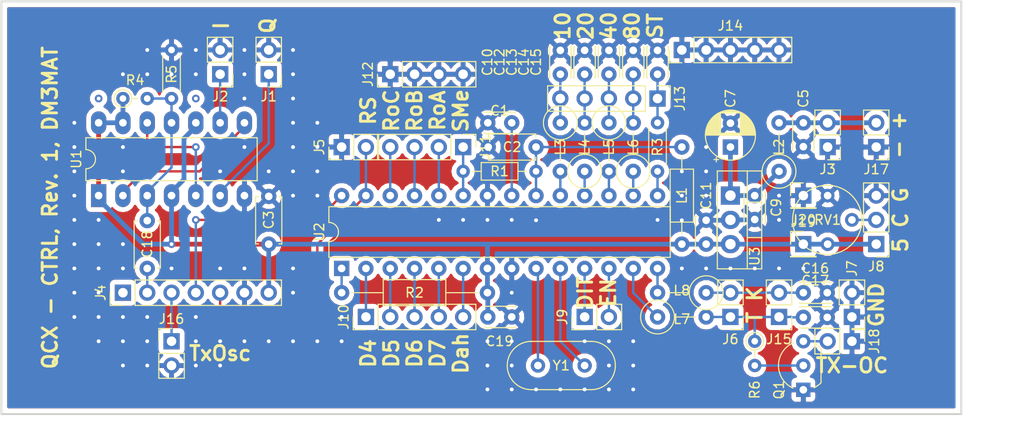
<source format=kicad_pcb>
(kicad_pcb (version 20171130) (host pcbnew "(5.0.1-3-g963ef8bb5)")
  (title_block (title "4W CW TRX -- CTRL") (date 2018-12-18) (rev 1) (company DM3MAT) (comment 1 "based on QCX"))
  (layers (0 F.Cu signal) (31 B.Cu signal) (34 B.Paste user) (35 F.Paste user) (36 B.SilkS user) (37 F.SilkS user) (38 B.Mask user) (39 F.Mask user) (44 Edge.Cuts user))
  (net 0 "")
  (net 1 GND)
  (net 2 "Net-(C1-Pad1)")
  (net 3 "Net-(C2-Pad2)")
  (net 4 +5V)
  (net 5 ROT-M)
  (net 6 "Net-(C5-Pad1)")
  (net 7 ROT-B)
  (net 8 "Net-(C7-Pad1)")
  (net 9 ROT-A)
  (net 10 10M)
  (net 11 20M)
  (net 12 40M)
  (net 13 80M)
  (net 14 SIDE)
  (net 15 KEY)
  (net 16 TX)
  (net 17 "Net-(J1-Pad1)")
  (net 18 "Net-(J2-Pad1)")
  (net 19 CLK1)
  (net 20 CLK2)
  (net 21 SCL)
  (net 22 SDA)
  (net 23 LCD_C)
  (net 24 LCD_RS)
  (net 25 LCD_D4)
  (net 26 LCD_D5)
  (net 27 LCD_D6)
  (net 28 LCD_D7)
  (net 29 S-METER)
  (net 30 "Net-(L3-Pad2)")
  (net 31 "Net-(L5-Pad2)")
  (net 32 "Net-(L7-Pad2)")
  (net 33 "Net-(R2-Pad1)")
  (net 34 "Net-(R3-Pad1)")
  (net 35 "Net-(U1-Pad2)")
  (net 36 "Net-(U1-Pad12)")
  (net 37 "Net-(U2-Pad9)")
  (net 38 "Net-(U2-Pad10)")
  (net 39 LCD_EN)
  (net 40 Dah)
  (net 41 "Net-(C18-Pad2)")
  (net 42 "Net-(L4-Pad1)")
  (net 43 "Net-(L6-Pad1)")
  (net 44 "Net-(L8-Pad1)")
  (net 45 "Net-(J18-Pad2)")
  (net 46 "Net-(Q1-Pad2)")
  (module Resistor_THT:R_Axial_DIN0207_L6.3mm_D2.5mm_P15.24mm_Horizontal (layer F.Cu) (at 129.54 107.95)
    (fp_text reference R2 (at 7.62 0) (layer F.SilkS))
    (fp_text value 10k)
    (pad 1 thru_hole circle (at 0 0) (size 1.6 1.6) (drill 0.8) (layers *.Cu *.Mask) (net 33 "Net-(R2-Pad1)"))
    (pad 2 thru_hole oval (at 15.24 0) (size 1.6 1.6) (drill 0.8) (layers *.Cu *.Mask) (net 4 +5V))
  )
  (module Capacitor_THT:CP_Radial_D5.0mm_P2.50mm (layer F.Cu) (at 170.18 92.71 90)
    (fp_text reference C7 (at 5.08 0 90) (layer F.SilkS))
    (fp_text value 10u)
    (pad 1 thru_hole rect (at 0 0 90) (size 1.6 1.6) (drill 0.8) (layers *.Cu *.Mask) (net 8 "Net-(C7-Pad1)"))
    (pad 2 thru_hole circle (at 2.5 0 90) (size 1.6 1.6) (drill 0.8) (layers *.Cu *.Mask) (net 1 GND))
  )
  (module Connector_PinHeader_2.54mm:PinHeader_1x02_P2.54mm_Vertical (layer F.Cu) (at 121.92 85.09 180)
    (fp_text reference J1 (at 0 -2.33 180) (layer F.SilkS))
    (fp_text value OSC-I)
    (pad 1 thru_hole rect (at 0 0 180) (size 1.7 1.7) (drill 1) (layers *.Cu *.Mask) (net 17 "Net-(J1-Pad1)"))
    (pad 2 thru_hole oval (at 0 2.54 180) (size 1.7 1.7) (drill 1) (layers *.Cu *.Mask) (net 1 GND))
  )
  (module Connector_PinHeader_2.54mm:PinHeader_1x02_P2.54mm_Vertical (layer F.Cu) (at 116.84 85.09 180)
    (fp_text reference J2 (at 0 -2.33 180) (layer F.SilkS))
    (fp_text value OSC-Q)
    (pad 2 thru_hole oval (at 0 2.54 180) (size 1.7 1.7) (drill 1) (layers *.Cu *.Mask) (net 1 GND))
    (pad 1 thru_hole rect (at 0 0 180) (size 1.7 1.7) (drill 1) (layers *.Cu *.Mask) (net 18 "Net-(J2-Pad1)"))
  )
  (module Connector_PinHeader_2.54mm:PinHeader_1x02_P2.54mm_Vertical (layer F.Cu) (at 180.34 92.71 180)
    (fp_text reference J3 (at 0 -2.33 180) (layer F.SilkS))
    (fp_text value Supply)
    (pad 1 thru_hole rect (at 0 0 180) (size 1.7 1.7) (drill 1) (layers *.Cu *.Mask) (net 1 GND))
    (pad 2 thru_hole oval (at 0 2.54 180) (size 1.7 1.7) (drill 1) (layers *.Cu *.Mask) (net 6 "Net-(C5-Pad1)"))
  )
  (module Connector_PinHeader_2.54mm:PinHeader_1x07_P2.54mm_Vertical (layer F.Cu) (at 106.68 107.95 90)
    (fp_text reference J4 (at 0 -2.33 90) (layer F.SilkS))
    (fp_text value SI5351)
    (pad 1 thru_hole rect (at 0 0 90) (size 1.7 1.7) (drill 1) (layers *.Cu *.Mask))
    (pad 2 thru_hole oval (at 0 2.54 90) (size 1.7 1.7) (drill 1) (layers *.Cu *.Mask) (net 19 CLK1))
    (pad 3 thru_hole oval (at 0 5.08 90) (size 1.7 1.7) (drill 1) (layers *.Cu *.Mask) (net 20 CLK2))
    (pad 4 thru_hole oval (at 0 7.62 90) (size 1.7 1.7) (drill 1) (layers *.Cu *.Mask) (net 21 SCL))
    (pad 5 thru_hole oval (at 0 10.16 90) (size 1.7 1.7) (drill 1) (layers *.Cu *.Mask) (net 22 SDA))
    (pad 6 thru_hole oval (at 0 12.7 90) (size 1.7 1.7) (drill 1) (layers *.Cu *.Mask) (net 1 GND))
    (pad 7 thru_hole oval (at 0 15.24 90) (size 1.7 1.7) (drill 1) (layers *.Cu *.Mask) (net 4 +5V))
  )
  (module Connector_PinHeader_2.54mm:PinHeader_1x03_P2.54mm_Vertical (layer F.Cu) (at 185.42 102.87 180)
    (fp_text reference J8 (at 0 -2.33 180) (layer F.SilkS))
    (fp_text value DSupply)
    (pad 1 thru_hole rect (at 0 0 180) (size 1.7 1.7) (drill 1) (layers *.Cu *.Mask) (net 4 +5V))
    (pad 2 thru_hole oval (at 0 2.54 180) (size 1.7 1.7) (drill 1) (layers *.Cu *.Mask) (net 23 LCD_C))
    (pad 3 thru_hole oval (at 0 5.08 180) (size 1.7 1.7) (drill 1) (layers *.Cu *.Mask) (net 1 GND))
  )
  (module Connector_PinHeader_2.54mm:PinHeader_1x02_P2.54mm_Vertical (layer F.Cu) (at 154.94 110.49 90)
    (fp_text reference J9 (at 0 -2.33 90) (layer F.SilkS))
    (fp_text value DCtrl)
    (pad 1 thru_hole rect (at 0 0 90) (size 1.7 1.7) (drill 1) (layers *.Cu *.Mask) (net 24 LCD_RS))
    (pad 2 thru_hole oval (at 0 2.54 90) (size 1.7 1.7) (drill 1) (layers *.Cu *.Mask) (net 39 LCD_EN))
  )
  (module Connector_PinHeader_2.54mm:PinHeader_1x04_P2.54mm_Vertical (layer F.Cu) (at 142.24 92.71 270)
    (fp_text reference J11 (at 0 -2.33 270) (layer F.SilkS))
    (fp_text value ROT/S)
    (pad 4 thru_hole oval (at 0 7.62 270) (size 1.7 1.7) (drill 1) (layers *.Cu *.Mask) (net 5 ROT-M))
    (pad 3 thru_hole oval (at 0 5.08 270) (size 1.7 1.7) (drill 1) (layers *.Cu *.Mask) (net 7 ROT-B))
    (pad 2 thru_hole oval (at 0 2.54 270) (size 1.7 1.7) (drill 1) (layers *.Cu *.Mask) (net 9 ROT-A))
    (pad 1 thru_hole rect (at 0 0 270) (size 1.7 1.7) (drill 1) (layers *.Cu *.Mask) (net 29 S-METER))
  )
  (module Connector_PinHeader_2.54mm:PinHeader_1x04_P2.54mm_Vertical (layer F.Cu) (at 134.62 85.09 90)
    (fp_text reference J12 (at 0 -2.33 90) (layer F.SilkS))
    (fp_text value GND)
    (pad 1 thru_hole rect (at 0 0 90) (size 1.7 1.7) (drill 1) (layers *.Cu *.Mask) (net 1 GND))
    (pad 2 thru_hole oval (at 0 2.54 90) (size 1.7 1.7) (drill 1) (layers *.Cu *.Mask) (net 1 GND))
    (pad 3 thru_hole oval (at 0 5.08 90) (size 1.7 1.7) (drill 1) (layers *.Cu *.Mask) (net 1 GND))
    (pad 4 thru_hole oval (at 0 7.62 90) (size 1.7 1.7) (drill 1) (layers *.Cu *.Mask) (net 1 GND))
  )
  (module Connector_PinHeader_2.54mm:PinHeader_1x05_P2.54mm_Vertical (layer F.Cu) (at 162.56 87.63 270)
    (fp_text reference J13 (at 0 -2.33 270) (layer F.SilkS))
    (fp_text value BAND/SIDE)
    (pad 5 thru_hole oval (at 0 10.16 270) (size 1.7 1.7) (drill 1) (layers *.Cu *.Mask) (net 10 10M))
    (pad 4 thru_hole oval (at 0 7.62 270) (size 1.7 1.7) (drill 1) (layers *.Cu *.Mask) (net 11 20M))
    (pad 3 thru_hole oval (at 0 5.08 270) (size 1.7 1.7) (drill 1) (layers *.Cu *.Mask) (net 12 40M))
    (pad 2 thru_hole oval (at 0 2.54 270) (size 1.7 1.7) (drill 1) (layers *.Cu *.Mask) (net 13 80M))
    (pad 1 thru_hole rect (at 0 0 270) (size 1.7 1.7) (drill 1) (layers *.Cu *.Mask) (net 14 SIDE))
  )
  (module Connector_PinHeader_2.54mm:PinHeader_1x05_P2.54mm_Vertical (layer F.Cu) (at 165.1 82.55 90)
    (fp_text reference J14 (at 2.54 5.08 180) (layer F.SilkS))
    (fp_text value GND)
    (pad 1 thru_hole rect (at 0 0 90) (size 1.7 1.7) (drill 1) (layers *.Cu *.Mask) (net 1 GND))
    (pad 2 thru_hole oval (at 0 2.54 90) (size 1.7 1.7) (drill 1) (layers *.Cu *.Mask) (net 1 GND))
    (pad 3 thru_hole oval (at 0 5.08 90) (size 1.7 1.7) (drill 1) (layers *.Cu *.Mask) (net 1 GND))
    (pad 4 thru_hole oval (at 0 7.62 90) (size 1.7 1.7) (drill 1) (layers *.Cu *.Mask) (net 1 GND))
    (pad 5 thru_hole oval (at 0 10.16 90) (size 1.7 1.7) (drill 1) (layers *.Cu *.Mask) (net 1 GND))
  )
  (module Inductor_THT:L_Axial_L7.0mm_D3.3mm_P5.08mm_Vertical_Fastron_MICC (layer F.Cu) (at 175.26 95.25 90)
    (fp_text reference L2 (at 2.54 0 90) (layer F.SilkS))
    (fp_text value 100u)
    (pad 1 thru_hole circle (at 0 0 90) (size 1.6 1.6) (drill 0.8) (layers *.Cu *.Mask) (net 8 "Net-(C7-Pad1)"))
    (pad 2 thru_hole oval (at 5.08 0 90) (size 1.6 1.6) (drill 0.8) (layers *.Cu *.Mask) (net 6 "Net-(C5-Pad1)"))
  )
  (module Inductor_THT:L_Axial_L7.0mm_D3.3mm_P5.08mm_Vertical_Fastron_MICC (layer F.Cu) (at 152.4 90.17 270)
    (fp_text reference L3 (at 2.54 0 270) (layer F.SilkS))
    (fp_text value 100u)
    (pad 2 thru_hole oval (at 5.08 0 270) (size 1.6 1.6) (drill 0.8) (layers *.Cu *.Mask) (net 30 "Net-(L3-Pad2)"))
    (pad 1 thru_hole circle (at 0 0 270) (size 1.6 1.6) (drill 0.8) (layers *.Cu *.Mask) (net 10 10M))
  )
  (module Inductor_THT:L_Axial_L7.0mm_D3.3mm_P5.08mm_Vertical_Fastron_MICC (layer F.Cu) (at 154.94 95.25 90)
    (fp_text reference L4 (at 2.54 0 90) (layer F.SilkS))
    (fp_text value 100u)
    (pad 1 thru_hole circle (at 0 0 90) (size 1.6 1.6) (drill 0.8) (layers *.Cu *.Mask) (net 42 "Net-(L4-Pad1)"))
    (pad 2 thru_hole oval (at 5.08 0 90) (size 1.6 1.6) (drill 0.8) (layers *.Cu *.Mask) (net 11 20M))
  )
  (module Inductor_THT:L_Axial_L7.0mm_D3.3mm_P5.08mm_Vertical_Fastron_MICC (layer F.Cu) (at 157.48 90.17 270)
    (fp_text reference L5 (at 2.54 0 270) (layer F.SilkS))
    (fp_text value 100u)
    (pad 2 thru_hole oval (at 5.08 0 270) (size 1.6 1.6) (drill 0.8) (layers *.Cu *.Mask) (net 31 "Net-(L5-Pad2)"))
    (pad 1 thru_hole circle (at 0 0 270) (size 1.6 1.6) (drill 0.8) (layers *.Cu *.Mask) (net 12 40M))
  )
  (module Inductor_THT:L_Axial_L7.0mm_D3.3mm_P5.08mm_Vertical_Fastron_MICC (layer F.Cu) (at 160.02 95.25 90)
    (fp_text reference L6 (at 2.54 0 90) (layer F.SilkS))
    (fp_text value 100u)
    (pad 1 thru_hole circle (at 0 0 90) (size 1.6 1.6) (drill 0.8) (layers *.Cu *.Mask) (net 43 "Net-(L6-Pad1)"))
    (pad 2 thru_hole oval (at 5.08 0 90) (size 1.6 1.6) (drill 0.8) (layers *.Cu *.Mask) (net 13 80M))
  )
  (module Inductor_THT:L_Axial_L7.0mm_D3.3mm_P5.08mm_Vertical_Fastron_MICC (layer F.Cu) (at 167.64 107.95 180)
    (fp_text reference L7 (at 2.54 -2.77 180) (layer F.SilkS))
    (fp_text value 100u)
    (pad 2 thru_hole oval (at 5.08 0 180) (size 1.6 1.6) (drill 0.8) (layers *.Cu *.Mask) (net 32 "Net-(L7-Pad2)"))
    (pad 1 thru_hole circle (at 0 0 180) (size 1.6 1.6) (drill 0.8) (layers *.Cu *.Mask) (net 15 KEY))
  )
  (module Inductor_THT:L_Axial_L7.0mm_D3.3mm_P5.08mm_Vertical_Fastron_MICC (layer F.Cu) (at 162.56 110.49)
    (fp_text reference L8 (at 2.54 -2.77) (layer F.SilkS))
    (fp_text value 100u)
    (pad 1 thru_hole circle (at 0 0) (size 1.6 1.6) (drill 0.8) (layers *.Cu *.Mask) (net 44 "Net-(L8-Pad1)"))
    (pad 2 thru_hole oval (at 5.08 0) (size 1.6 1.6) (drill 0.8) (layers *.Cu *.Mask) (net 16 TX))
  )
  (module Potentiometer_THT:Potentiometer_Vishay_T7-YA_Single_Vertical (layer F.Cu) (at 180.34 102.87)
    (fp_text reference RV1 (at 0 -2.54) (layer F.SilkS))
    (fp_text value 10k)
    (pad 3 thru_hole circle (at 0 -5.08) (size 1.44 1.44) (drill 0.8) (layers *.Cu *.Mask) (net 1 GND))
    (pad 2 thru_hole circle (at 2.54 -2.54) (size 1.44 1.44) (drill 0.8) (layers *.Cu *.Mask) (net 23 LCD_C))
    (pad 1 thru_hole circle (at 0 0) (size 1.44 1.44) (drill 0.8) (layers *.Cu *.Mask) (net 4 +5V))
  )
  (module Package_DIP:DIP-14_W7.62mm_LongPads (layer F.Cu) (at 104.14 97.79 90)
    (fp_text reference U1 (at 3.81 -2.33 90) (layer F.SilkS))
    (fp_text value 74HC74)
    (pad 1 thru_hole rect (at 0 0 90) (size 2.4 1.6) (drill 0.8) (layers *.Cu *.Mask) (net 4 +5V))
    (pad 8 thru_hole oval (at 7.62 15.24 90) (size 2.4 1.6) (drill 0.8) (layers *.Cu *.Mask) (net 35 "Net-(U1-Pad2)"))
    (pad 2 thru_hole oval (at 0 2.54 90) (size 2.4 1.6) (drill 0.8) (layers *.Cu *.Mask) (net 35 "Net-(U1-Pad2)"))
    (pad 9 thru_hole oval (at 7.62 12.7 90) (size 2.4 1.6) (drill 0.8) (layers *.Cu *.Mask) (net 18 "Net-(J2-Pad1)"))
    (pad 3 thru_hole oval (at 0 5.08 90) (size 2.4 1.6) (drill 0.8) (layers *.Cu *.Mask) (net 41 "Net-(C18-Pad2)"))
    (pad 10 thru_hole oval (at 7.62 10.16 90) (size 2.4 1.6) (drill 0.8) (layers *.Cu *.Mask) (net 4 +5V))
    (pad 4 thru_hole oval (at 0 7.62 90) (size 2.4 1.6) (drill 0.8) (layers *.Cu *.Mask) (net 4 +5V))
    (pad 11 thru_hole oval (at 7.62 7.62 90) (size 2.4 1.6) (drill 0.8) (layers *.Cu *.Mask) (net 41 "Net-(C18-Pad2)"))
    (pad 5 thru_hole oval (at 0 10.16 90) (size 2.4 1.6) (drill 0.8) (layers *.Cu *.Mask) (net 36 "Net-(U1-Pad12)"))
    (pad 12 thru_hole oval (at 7.62 5.08 90) (size 2.4 1.6) (drill 0.8) (layers *.Cu *.Mask) (net 36 "Net-(U1-Pad12)"))
    (pad 6 thru_hole oval (at 0 12.7 90) (size 2.4 1.6) (drill 0.8) (layers *.Cu *.Mask) (net 17 "Net-(J1-Pad1)"))
    (pad 13 thru_hole oval (at 7.62 2.54 90) (size 2.4 1.6) (drill 0.8) (layers *.Cu *.Mask) (net 4 +5V))
    (pad 7 thru_hole oval (at 0 15.24 90) (size 2.4 1.6) (drill 0.8) (layers *.Cu *.Mask) (net 1 GND))
    (pad 14 thru_hole oval (at 7.62 0 90) (size 2.4 1.6) (drill 0.8) (layers *.Cu *.Mask) (net 4 +5V))
  )
  (module Package_DIP:DIP-28_W7.62mm (layer F.Cu) (at 129.54 105.41 90)
    (fp_text reference U2 (at 3.81 -2.33 90) (layer F.SilkS))
    (fp_text value ATmega328-PU)
    (pad 1 thru_hole rect (at 0 0 90) (size 1.6 1.6) (drill 0.8) (layers *.Cu *.Mask) (net 33 "Net-(R2-Pad1)"))
    (pad 15 thru_hole oval (at 7.62 33.02 90) (size 1.6 1.6) (drill 0.8) (layers *.Cu *.Mask) (net 34 "Net-(R3-Pad1)"))
    (pad 2 thru_hole oval (at 0 2.54 90) (size 1.6 1.6) (drill 0.8) (layers *.Cu *.Mask) (net 25 LCD_D4))
    (pad 16 thru_hole oval (at 7.62 30.48 90) (size 1.6 1.6) (drill 0.8) (layers *.Cu *.Mask) (net 43 "Net-(L6-Pad1)"))
    (pad 3 thru_hole oval (at 0 5.08 90) (size 1.6 1.6) (drill 0.8) (layers *.Cu *.Mask) (net 26 LCD_D5))
    (pad 17 thru_hole oval (at 7.62 27.94 90) (size 1.6 1.6) (drill 0.8) (layers *.Cu *.Mask) (net 31 "Net-(L5-Pad2)"))
    (pad 4 thru_hole oval (at 0 7.62 90) (size 1.6 1.6) (drill 0.8) (layers *.Cu *.Mask) (net 27 LCD_D6))
    (pad 18 thru_hole oval (at 7.62 25.4 90) (size 1.6 1.6) (drill 0.8) (layers *.Cu *.Mask) (net 42 "Net-(L4-Pad1)"))
    (pad 5 thru_hole oval (at 0 10.16 90) (size 1.6 1.6) (drill 0.8) (layers *.Cu *.Mask) (net 28 LCD_D7))
    (pad 19 thru_hole oval (at 7.62 22.86 90) (size 1.6 1.6) (drill 0.8) (layers *.Cu *.Mask) (net 30 "Net-(L3-Pad2)"))
    (pad 6 thru_hole oval (at 0 12.7 90) (size 1.6 1.6) (drill 0.8) (layers *.Cu *.Mask) (net 40 Dah))
    (pad 20 thru_hole oval (at 7.62 20.32 90) (size 1.6 1.6) (drill 0.8) (layers *.Cu *.Mask) (net 3 "Net-(C2-Pad2)"))
    (pad 7 thru_hole oval (at 0 15.24 90) (size 1.6 1.6) (drill 0.8) (layers *.Cu *.Mask) (net 4 +5V))
    (pad 21 thru_hole oval (at 7.62 17.78 90) (size 1.6 1.6) (drill 0.8) (layers *.Cu *.Mask) (net 2 "Net-(C1-Pad1)"))
    (pad 8 thru_hole oval (at 0 17.78 90) (size 1.6 1.6) (drill 0.8) (layers *.Cu *.Mask) (net 1 GND))
    (pad 22 thru_hole oval (at 7.62 15.24 90) (size 1.6 1.6) (drill 0.8) (layers *.Cu *.Mask) (net 1 GND))
    (pad 9 thru_hole oval (at 0 20.32 90) (size 1.6 1.6) (drill 0.8) (layers *.Cu *.Mask) (net 37 "Net-(U2-Pad9)"))
    (pad 23 thru_hole oval (at 7.62 12.7 90) (size 1.6 1.6) (drill 0.8) (layers *.Cu *.Mask) (net 29 S-METER))
    (pad 10 thru_hole oval (at 0 22.86 90) (size 1.6 1.6) (drill 0.8) (layers *.Cu *.Mask) (net 38 "Net-(U2-Pad10)"))
    (pad 24 thru_hole oval (at 7.62 10.16 90) (size 1.6 1.6) (drill 0.8) (layers *.Cu *.Mask) (net 9 ROT-A))
    (pad 11 thru_hole oval (at 0 25.4 90) (size 1.6 1.6) (drill 0.8) (layers *.Cu *.Mask) (net 24 LCD_RS))
    (pad 25 thru_hole oval (at 7.62 7.62 90) (size 1.6 1.6) (drill 0.8) (layers *.Cu *.Mask) (net 7 ROT-B))
    (pad 12 thru_hole oval (at 0 27.94 90) (size 1.6 1.6) (drill 0.8) (layers *.Cu *.Mask) (net 39 LCD_EN))
    (pad 26 thru_hole oval (at 7.62 5.08 90) (size 1.6 1.6) (drill 0.8) (layers *.Cu *.Mask) (net 5 ROT-M))
    (pad 13 thru_hole oval (at 0 30.48 90) (size 1.6 1.6) (drill 0.8) (layers *.Cu *.Mask) (net 44 "Net-(L8-Pad1)"))
    (pad 27 thru_hole oval (at 7.62 2.54 90) (size 1.6 1.6) (drill 0.8) (layers *.Cu *.Mask) (net 22 SDA))
    (pad 14 thru_hole oval (at 0 33.02 90) (size 1.6 1.6) (drill 0.8) (layers *.Cu *.Mask) (net 32 "Net-(L7-Pad2)"))
    (pad 28 thru_hole oval (at 7.62 0 90) (size 1.6 1.6) (drill 0.8) (layers *.Cu *.Mask) (net 21 SCL))
  )
  (module Package_TO_SOT_THT:TO-220-3_Vertical (layer F.Cu) (at 170.18 97.79 270)
    (fp_text reference U3 (at 6.35 -2.54 270) (layer F.SilkS))
    (fp_text value L7805)
    (pad 1 thru_hole rect (at 0 0 270) (size 1.905 2) (drill 1.1) (layers *.Cu *.Mask) (net 8 "Net-(C7-Pad1)"))
    (pad 2 thru_hole oval (at 2.54 0 270) (size 1.905 2) (drill 1.1) (layers *.Cu *.Mask) (net 1 GND))
    (pad 3 thru_hole oval (at 5.08 0 270) (size 1.905 2) (drill 1.1) (layers *.Cu *.Mask) (net 4 +5V))
  )
  (module Crystal:Crystal_HC49-U_Vertical (layer F.Cu) (at 154.94 115.57 180)
    (fp_text reference Y1 (at 2.44 0 180) (layer F.SilkS))
    (fp_text value 20MHz)
    (pad 1 thru_hole circle (at 0 0 180) (size 1.5 1.5) (drill 0.8) (layers *.Cu *.Mask) (net 38 "Net-(U2-Pad10)"))
    (pad 2 thru_hole circle (at 4.88 0 180) (size 1.5 1.5) (drill 0.8) (layers *.Cu *.Mask) (net 37 "Net-(U2-Pad9)"))
  )
  (module Resistor_THT:R_Axial_DIN0204_L3.6mm_D1.6mm_P5.08mm_Horizontal (layer F.Cu) (at 162.56 95.25 90)
    (fp_text reference R3 (at 2.54 0 90) (layer F.SilkS))
    (fp_text value 1k)
    (pad 1 thru_hole circle (at 0 0 90) (size 1.4 1.4) (drill 0.7) (layers *.Cu *.Mask) (net 34 "Net-(R3-Pad1)"))
    (pad 2 thru_hole oval (at 5.08 0 90) (size 1.4 1.4) (drill 0.7) (layers *.Cu *.Mask) (net 14 SIDE))
  )
  (module Connector_PinHeader_2.54mm:PinHeader_1x02_P2.54mm_Vertical (layer F.Cu) (at 170.18 110.49 180)
    (fp_text reference J6 (at 0 -2.33 180) (layer F.SilkS))
    (fp_text value TX/KEY)
    (pad 1 thru_hole rect (at 0 0 180) (size 1.7 1.7) (drill 1) (layers *.Cu *.Mask) (net 16 TX))
    (pad 2 thru_hole oval (at 0 2.54 180) (size 1.7 1.7) (drill 1) (layers *.Cu *.Mask) (net 15 KEY))
  )
  (module Connector_PinHeader_2.54mm:PinHeader_1x02_P2.54mm_Vertical (layer F.Cu) (at 182.88 110.49 180)
    (fp_text reference J7 (at 0 5.08 270) (layer F.SilkS))
    (fp_text value GND)
    (pad 1 thru_hole rect (at 0 0 180) (size 1.7 1.7) (drill 1) (layers *.Cu *.Mask) (net 1 GND))
    (pad 2 thru_hole oval (at 0 2.54 180) (size 1.7 1.7) (drill 1) (layers *.Cu *.Mask) (net 1 GND))
  )
  (module Connector_PinHeader_2.54mm:PinHeader_1x02_P2.54mm_Vertical (layer F.Cu) (at 175.26 110.49 180)
    (fp_text reference J15 (at 0 -2.33 180) (layer F.SilkS))
    (fp_text value TX/KEY)
    (pad 2 thru_hole oval (at 0 2.54 180) (size 1.7 1.7) (drill 1) (layers *.Cu *.Mask) (net 15 KEY))
    (pad 1 thru_hole rect (at 0 0 180) (size 1.7 1.7) (drill 1) (layers *.Cu *.Mask) (net 16 TX))
  )
  (module Resistor_THT:R_Axial_DIN0204_L3.6mm_D1.6mm_P7.62mm_Horizontal (layer F.Cu) (at 149.86 95.25 180)
    (fp_text reference R1 (at 3.81 0 180) (layer F.SilkS))
    (fp_text value 10k)
    (pad 1 thru_hole circle (at 0 0 180) (size 1.4 1.4) (drill 0.7) (layers *.Cu *.Mask) (net 3 "Net-(C2-Pad2)"))
    (pad 2 thru_hole oval (at 7.62 0 180) (size 1.4 1.4) (drill 0.7) (layers *.Cu *.Mask) (net 29 S-METER))
  )
  (module Inductor_THT:L_Axial_L5.3mm_D2.2mm_P10.16mm_Horizontal_Vishay_IM-1 (layer F.Cu) (at 165.1 102.87 90)
    (fp_text reference L1 (at 5.08 0 90) (layer F.SilkS))
    (fp_text value 100u)
    (pad 1 thru_hole circle (at 0 0 90) (size 1.6 1.6) (drill 0.8) (layers *.Cu *.Mask) (net 4 +5V))
    (pad 2 thru_hole oval (at 10.16 0 90) (size 1.6 1.6) (drill 0.8) (layers *.Cu *.Mask) (net 3 "Net-(C2-Pad2)"))
  )
  (module Connector_PinHeader_2.54mm:PinHeader_1x02_P2.54mm_Vertical (layer F.Cu) (at 129.54 92.71 90)
    (fp_text reference J5 (at 0 -2.33 90) (layer F.SilkS))
    (fp_text value Dit)
    (pad 1 thru_hole rect (at 0 0 90) (size 1.7 1.7) (drill 1) (layers *.Cu *.Mask) (net 1 GND))
    (pad 2 thru_hole oval (at 0 2.54 90) (size 1.7 1.7) (drill 1) (layers *.Cu *.Mask) (net 22 SDA))
  )
  (module Connector_PinHeader_2.54mm:PinHeader_1x05_P2.54mm_Vertical (layer F.Cu) (at 132.08 110.49 90)
    (fp_text reference J10 (at 0 -2.33 90) (layer F.SilkS))
    (fp_text value LCDD/DAH)
    (pad 1 thru_hole rect (at 0 0 90) (size 1.7 1.7) (drill 1) (layers *.Cu *.Mask) (net 25 LCD_D4))
    (pad 2 thru_hole oval (at 0 2.54 90) (size 1.7 1.7) (drill 1) (layers *.Cu *.Mask) (net 26 LCD_D5))
    (pad 3 thru_hole oval (at 0 5.08 90) (size 1.7 1.7) (drill 1) (layers *.Cu *.Mask) (net 27 LCD_D6))
    (pad 4 thru_hole oval (at 0 7.62 90) (size 1.7 1.7) (drill 1) (layers *.Cu *.Mask) (net 28 LCD_D7))
    (pad 5 thru_hole oval (at 0 10.16 90) (size 1.7 1.7) (drill 1) (layers *.Cu *.Mask) (net 40 Dah))
  )
  (module Resistor_THT:R_Axial_DIN0204_L3.6mm_D1.6mm_P5.08mm_Horizontal (layer F.Cu) (at 111.76 87.63 90)
    (fp_text reference R5 (at 2.54 0 90) (layer F.SilkS))
    (fp_text value 10k)
    (pad 1 thru_hole circle (at 0 0 90) (size 1.4 1.4) (drill 0.7) (layers *.Cu *.Mask) (net 41 "Net-(C18-Pad2)"))
    (pad 2 thru_hole oval (at 5.08 0 90) (size 1.4 1.4) (drill 0.7) (layers *.Cu *.Mask) (net 1 GND))
  )
  (module Resistor_THT:R_Axial_DIN0204_L3.6mm_D1.6mm_P2.54mm_Vertical (layer F.Cu) (at 106.68 87.63)
    (fp_text reference R4 (at 1.27 -1.92) (layer F.SilkS))
    (fp_text value 10k)
    (pad 1 thru_hole circle (at 0 0) (size 1.4 1.4) (drill 0.7) (layers *.Cu *.Mask) (net 4 +5V))
    (pad 2 thru_hole oval (at 2.54 0) (size 1.4 1.4) (drill 0.7) (layers *.Cu *.Mask) (net 41 "Net-(C18-Pad2)"))
  )
  (module Connector_PinHeader_2.54mm:PinHeader_1x02_P2.54mm_Vertical (layer F.Cu) (at 111.76 113.03)
    (fp_text reference J16 (at 0 -2.33) (layer F.SilkS))
    (fp_text value OSC-TX)
    (pad 1 thru_hole rect (at 0 0) (size 1.7 1.7) (drill 1) (layers *.Cu *.Mask) (net 20 CLK2))
    (pad 2 thru_hole oval (at 0 2.54) (size 1.7 1.7) (drill 1) (layers *.Cu *.Mask) (net 1 GND))
  )
  (module Connector_PinHeader_2.54mm:PinHeader_1x02_P2.54mm_Vertical (layer F.Cu) (at 185.42 92.71 180)
    (fp_text reference J17 (at 0 -2.33 180) (layer F.SilkS))
    (fp_text value Supply)
    (pad 1 thru_hole rect (at 0 0 180) (size 1.7 1.7) (drill 1) (layers *.Cu *.Mask) (net 1 GND))
    (pad 2 thru_hole oval (at 0 2.54 180) (size 1.7 1.7) (drill 1) (layers *.Cu *.Mask) (net 6 "Net-(C5-Pad1)"))
  )
  (module Capacitor_THT:C_Disc_D4.7mm_W2.5mm_P5.00mm (layer F.Cu) (at 144.86 92.71)
    (fp_text reference C2 (at 2.5 0) (layer F.SilkS))
    (fp_text value 100n)
    (pad 2 thru_hole circle (at 5 0) (size 1.6 1.6) (drill 0.8) (layers *.Cu *.Mask) (net 3 "Net-(C2-Pad2)"))
    (pad 1 thru_hole circle (at 0 0) (size 1.6 1.6) (drill 0.8) (layers *.Cu *.Mask) (net 1 GND))
  )
  (module Capacitor_THT:C_Disc_D4.7mm_W2.5mm_P5.00mm (layer F.Cu) (at 121.92 97.87 270)
    (fp_text reference C3 (at 2.46 0 270) (layer F.SilkS))
    (fp_text value 100n)
    (pad 1 thru_hole circle (at 0 0 270) (size 1.6 1.6) (drill 0.8) (layers *.Cu *.Mask) (net 1 GND))
    (pad 2 thru_hole circle (at 5 0 270) (size 1.6 1.6) (drill 0.8) (layers *.Cu *.Mask) (net 4 +5V))
  )
  (module Capacitor_THT:C_Disc_D3.0mm_W2.0mm_P2.50mm (layer F.Cu) (at 177.8 90.17 270)
    (fp_text reference C5 (at -2.54 0 270) (layer F.SilkS))
    (fp_text value 100n)
    (pad 2 thru_hole circle (at 2.5 0 270) (size 1.6 1.6) (drill 0.8) (layers *.Cu *.Mask) (net 1 GND))
    (pad 1 thru_hole circle (at 0 0 270) (size 1.6 1.6) (drill 0.8) (layers *.Cu *.Mask) (net 6 "Net-(C5-Pad1)"))
  )
  (module Capacitor_THT:C_Disc_D3.0mm_W2.0mm_P2.50mm (layer F.Cu) (at 172.72 97.79 270)
    (fp_text reference C9 (at 1.25 -2.25 270) (layer F.SilkS))
    (fp_text value 100n)
    (pad 1 thru_hole circle (at 0 0 270) (size 1.6 1.6) (drill 0.8) (layers *.Cu *.Mask) (net 8 "Net-(C7-Pad1)"))
    (pad 2 thru_hole circle (at 2.5 0 270) (size 1.6 1.6) (drill 0.8) (layers *.Cu *.Mask) (net 1 GND))
  )
  (module Capacitor_THT:C_Disc_D3.0mm_W2.0mm_P2.50mm (layer F.Cu) (at 152.4 85.09 90)
    (fp_text reference C10 (at 1.27 -7.62 270) (layer F.SilkS))
    (fp_text value 100n)
    (pad 1 thru_hole circle (at 0 0 90) (size 1.6 1.6) (drill 0.8) (layers *.Cu *.Mask) (net 10 10M))
    (pad 2 thru_hole circle (at 2.5 0 90) (size 1.6 1.6) (drill 0.8) (layers *.Cu *.Mask) (net 1 GND))
  )
  (module Capacitor_THT:C_Disc_D3.0mm_W2.0mm_P2.50mm (layer F.Cu) (at 167.64 102.87 90)
    (fp_text reference C11 (at 5.08 0 90) (layer F.SilkS))
    (fp_text value 100n)
    (pad 1 thru_hole circle (at 0 0 90) (size 1.6 1.6) (drill 0.8) (layers *.Cu *.Mask) (net 4 +5V))
    (pad 2 thru_hole circle (at 2.5 0 90) (size 1.6 1.6) (drill 0.8) (layers *.Cu *.Mask) (net 1 GND))
  )
  (module Capacitor_THT:C_Disc_D3.0mm_W2.0mm_P2.50mm (layer F.Cu) (at 154.94 85.09 90)
    (fp_text reference C12 (at 1.27 -8.89 90) (layer F.SilkS))
    (fp_text value 100n)
    (pad 2 thru_hole circle (at 2.5 0 90) (size 1.6 1.6) (drill 0.8) (layers *.Cu *.Mask) (net 1 GND))
    (pad 1 thru_hole circle (at 0 0 90) (size 1.6 1.6) (drill 0.8) (layers *.Cu *.Mask) (net 11 20M))
  )
  (module Capacitor_THT:C_Disc_D3.0mm_W2.0mm_P2.50mm (layer F.Cu) (at 157.48 85.09 90)
    (fp_text reference C13 (at 1.27 -10.16 90) (layer F.SilkS))
    (fp_text value 100n)
    (pad 2 thru_hole circle (at 2.5 0 90) (size 1.6 1.6) (drill 0.8) (layers *.Cu *.Mask) (net 1 GND))
    (pad 1 thru_hole circle (at 0 0 90) (size 1.6 1.6) (drill 0.8) (layers *.Cu *.Mask) (net 12 40M))
  )
  (module Capacitor_THT:C_Disc_D3.0mm_W2.0mm_P2.50mm (layer F.Cu) (at 160.02 85.09 90)
    (fp_text reference C14 (at 1.27 -11.43 270) (layer F.SilkS))
    (fp_text value 100n)
    (pad 1 thru_hole circle (at 0 0 90) (size 1.6 1.6) (drill 0.8) (layers *.Cu *.Mask) (net 13 80M))
    (pad 2 thru_hole circle (at 2.5 0 90) (size 1.6 1.6) (drill 0.8) (layers *.Cu *.Mask) (net 1 GND))
  )
  (module Capacitor_THT:C_Disc_D3.0mm_W2.0mm_P2.50mm (layer F.Cu) (at 162.56 85.09 90)
    (fp_text reference C15 (at 1.27 -12.7 270) (layer F.SilkS))
    (fp_text value 100n)
    (pad 2 thru_hole circle (at 2.5 0 90) (size 1.6 1.6) (drill 0.8) (layers *.Cu *.Mask) (net 1 GND))
    (pad 1 thru_hole circle (at 0 0 90) (size 1.6 1.6) (drill 0.8) (layers *.Cu *.Mask) (net 14 SIDE))
  )
  (module Capacitor_THT:C_Disc_D3.0mm_W2.0mm_P2.50mm (layer F.Cu) (at 177.8 107.95)
    (fp_text reference C16 (at 1.25 -2.54) (layer F.SilkS))
    (fp_text value 100n)
    (pad 1 thru_hole circle (at 0 0) (size 1.6 1.6) (drill 0.8) (layers *.Cu *.Mask) (net 15 KEY))
    (pad 2 thru_hole circle (at 2.5 0) (size 1.6 1.6) (drill 0.8) (layers *.Cu *.Mask) (net 1 GND))
  )
  (module Capacitor_THT:C_Disc_D3.0mm_W2.0mm_P2.50mm (layer F.Cu) (at 177.8 110.53)
    (fp_text reference C17 (at 1.25 -3.85) (layer F.SilkS))
    (fp_text value 100n)
    (pad 2 thru_hole circle (at 2.5 0) (size 1.6 1.6) (drill 0.8) (layers *.Cu *.Mask) (net 1 GND))
    (pad 1 thru_hole circle (at 0 0) (size 1.6 1.6) (drill 0.8) (layers *.Cu *.Mask) (net 16 TX))
  )
  (module Capacitor_THT:C_Disc_D4.7mm_W2.5mm_P5.00mm (layer F.Cu) (at 109.22 105.41 90)
    (fp_text reference C18 (at 2.54 0 90) (layer F.SilkS))
    (fp_text value 100n)
    (pad 1 thru_hole circle (at 0 0 90) (size 1.6 1.6) (drill 0.8) (layers *.Cu *.Mask) (net 19 CLK1))
    (pad 2 thru_hole circle (at 5 0 90) (size 1.6 1.6) (drill 0.8) (layers *.Cu *.Mask) (net 41 "Net-(C18-Pad2)"))
  )
  (module Connector_PinHeader_2.54mm:PinHeader_1x02_P2.54mm_Vertical (layer F.Cu) (at 182.88 113.03 270)
    (fp_text reference J18 (at 0 -2.33 270) (layer F.SilkS))
    (fp_text value PTT)
    (pad 1 thru_hole rect (at 0 0 270) (size 1.7 1.7) (drill 1) (layers *.Cu *.Mask) (net 1 GND))
    (pad 2 thru_hole oval (at 0 2.54 270) (size 1.7 1.7) (drill 1) (layers *.Cu *.Mask) (net 45 "Net-(J18-Pad2)"))
  )
  (module Package_TO_SOT_THT:TO-92_Inline_Wide (layer F.Cu) (at 177.8 118.11 90)
    (fp_text reference Q1 (at 0 -2.54 90) (layer F.SilkS))
    (fp_text value 2N3904)
    (pad 2 thru_hole circle (at 2.54 0 180) (size 1.5 1.5) (drill 0.8) (layers *.Cu *.Mask) (net 46 "Net-(Q1-Pad2)"))
    (pad 3 thru_hole circle (at 5.08 0 180) (size 1.5 1.5) (drill 0.8) (layers *.Cu *.Mask) (net 45 "Net-(J18-Pad2)"))
    (pad 1 thru_hole rect (at 0 0 180) (size 1.5 1.5) (drill 0.8) (layers *.Cu *.Mask) (net 1 GND))
  )
  (module Resistor_THT:R_Axial_DIN0204_L3.6mm_D1.6mm_P2.54mm_Vertical (layer F.Cu) (at 172.72 113.03 270)
    (fp_text reference R6 (at 5.08 0 270) (layer F.SilkS))
    (fp_text value 10k)
    (pad 1 thru_hole circle (at 0 0 270) (size 1.4 1.4) (drill 0.7) (layers *.Cu *.Mask) (net 16 TX))
    (pad 2 thru_hole oval (at 2.54 0 270) (size 1.4 1.4) (drill 0.7) (layers *.Cu *.Mask) (net 46 "Net-(Q1-Pad2)"))
  )
  (module Capacitor_THT:C_Disc_D3.0mm_W2.0mm_P2.50mm (layer F.Cu) (at 144.82 110.49)
    (fp_text reference C19 (at 1.23 2.54) (layer F.SilkS))
    (fp_text value 100n)
    (pad 1 thru_hole circle (at 0 0) (size 1.6 1.6) (drill 0.8) (layers *.Cu *.Mask) (net 4 +5V))
    (pad 2 thru_hole circle (at 2.5 0) (size 1.6 1.6) (drill 0.8) (layers *.Cu *.Mask) (net 1 GND))
  )
  (module Connector_PinHeader_2.54mm:PinHeader_1x01_P2.54mm_Vertical (layer F.Cu) (at 177.8 102.87)
    (fp_text reference J19 (at 0 -2.33) (layer F.SilkS))
    (fp_text value Conn_01x01)
    (pad 1 thru_hole rect (at 0 0) (size 1.7 1.7) (drill 1) (layers *.Cu *.Mask) (net 4 +5V))
  )
  (module Connector_PinHeader_2.54mm:PinHeader_1x01_P2.54mm_Vertical (layer F.Cu) (at 177.8 97.79)
    (fp_text reference J20 (at 0 2.54) (layer F.SilkS))
    (fp_text value Conn_01x01)
    (pad 1 thru_hole rect (at 0 0) (size 1.7 1.7) (drill 1) (layers *.Cu *.Mask) (net 1 GND))
  )
  (module Capacitor_THT:C_Disc_D3.0mm_W2.0mm_P2.50mm (layer F.Cu) (at 147.32 90.17 180)
    (fp_text reference C1 (at 1.27 1.27 180) (layer F.SilkS))
    (fp_text value 100n)
    (pad 1 thru_hole circle (at 0 0 180) (size 1.6 1.6) (drill 0.8) (layers *.Cu *.Mask) (net 2 "Net-(C1-Pad1)"))
    (pad 2 thru_hole circle (at 2.5 0 180) (size 1.6 1.6) (drill 0.8) (layers *.Cu *.Mask) (net 1 GND))
  )
  (gr_text "DIT\nEN" (at 156.21 107.95 90) (layer F.SilkS) (effects (font (size 1.5 1.5) (thickness 0.3))))
  (gr_text "D4\nD5\nD6\nD7\nDah" (at 137.16 114.3 90) (layer F.SilkS) (effects (font (size 1.5 1.5) (thickness 0.3))))
  (gr_text TxOsc (at 116.84 114.3) (layer F.SilkS) (effects (font (size 1.5 1.5) (thickness 0.3))))
  (gr_text "I\n\nQ" (at 119.38 80.01 90) (layer F.SilkS) (effects (font (size 1.5 1.5) (thickness 0.3))))
  (gr_text "RS\nRoC\nRoB\nRoA\nSMe" (at 137.16 88.9 90) (layer F.SilkS) (effects (font (size 1.5 1.5) (thickness 0.3))))
  (gr_text "10\n20\n40\n80\nST" (at 157.48 80.01 90) (layer F.SilkS) (effects (font (size 1.5 1.5) (thickness 0.3))))
  (gr_text "5 C G" (at 187.96 100.33 90) (layer F.SilkS) (effects (font (size 1.5 1.5) (thickness 0.3))))
  (gr_text "+ -" (at 187.96 91.44 270) (layer F.SilkS) (effects (font (size 1.5 1.5) (thickness 0.3))))
  (gr_text "T K" (at 172.72 109.22 90) (layer F.SilkS) (effects (font (size 1.5 1.5) (thickness 0.3))))
  (gr_text TX-OC (at 182.88 115.57) (layer F.SilkS) (effects (font (size 1.5 1.5) (thickness 0.3))))
  (gr_text "QCX - CTRL, Rev. 1, DM3MAT\n" (at 99.06 99.06 90) (layer F.SilkS) (effects (font (size 1.5 1.5) (thickness 0.3))))
  (gr_text GND (at 185.42 109.22 90) (layer F.SilkS) (effects (font (size 1.5 1.5) (thickness 0.3))))
  (gr_line (start 194.31 77.47) (end 93.98 77.47) (layer Edge.Cuts) (width 0.2))
  (gr_line (start 194.31 120.65) (end 194.31 77.47) (layer Edge.Cuts) (width 0.2))
  (gr_line (start 93.98 120.65) (end 194.31 120.65) (layer Edge.Cuts) (width 0.2))
  (gr_line (start 93.98 77.47) (end 93.98 120.65) (layer Edge.Cuts) (width 0.2))
  (via (at 114.3 87.63) (size 0.8) (drill 0.4) (layers F.Cu B.Cu) (net 0))
  (via (at 104.14 87.63) (size 0.8) (drill 0.4) (layers F.Cu B.Cu) (net 0))
  (segment (start 147.36 100.37) (end 147.32 100.33) (width 0.25) (layer B.Cu) (net 1))
  (segment (start 144.78 92.79) (end 144.86 92.71) (width 0.25) (layer B.Cu) (net 1))
  (segment (start 180.3 92.67) (end 180.34 92.71) (width 0.25) (layer B.Cu) (net 1))
  (segment (start 180.34 97.79) (end 180.3 97.83) (width 0.25) (layer B.Cu) (net 1))
  (segment (start 116.76 82.63) (end 116.84 82.55) (width 0.25) (layer B.Cu) (net 1))
  (segment (start 124.46 82.55) (end 124.5 82.59) (width 0.25) (layer B.Cu) (net 1))
  (segment (start 182.84 110.53) (end 182.88 110.49) (width 0.25) (layer B.Cu) (net 1))
  (via (at 101.6 107.95) (size 0.8) (drill 0.4) (layers F.Cu B.Cu) (net 1))
  (via (at 101.6 90.17) (size 0.8) (drill 0.4) (layers F.Cu B.Cu) (net 1))
  (via (at 101.6 105.41) (size 0.8) (drill 0.4) (layers F.Cu B.Cu) (net 1))
  (via (at 101.6 92.71) (size 0.8) (drill 0.4) (layers F.Cu B.Cu) (net 1))
  (via (at 101.6 102.87) (size 0.8) (drill 0.4) (layers F.Cu B.Cu) (net 1))
  (via (at 101.6 95.25) (size 0.8) (drill 0.4) (layers F.Cu B.Cu) (net 1))
  (via (at 104.14 110.49) (size 0.8) (drill 0.4) (layers F.Cu B.Cu) (net 1))
  (via (at 101.6 97.79) (size 0.8) (drill 0.4) (layers F.Cu B.Cu) (net 1))
  (via (at 101.6 100.33) (size 0.8) (drill 0.4) (layers F.Cu B.Cu) (net 1))
  (via (at 124.46 95.25) (size 0.8) (drill 0.4) (layers F.Cu B.Cu) (net 1))
  (via (at 124.46 92.71) (size 0.8) (drill 0.4) (layers F.Cu B.Cu) (net 1))
  (via (at 124.46 90.17) (size 0.8) (drill 0.4) (layers F.Cu B.Cu) (net 1))
  (via (at 124.46 87.63) (size 0.8) (drill 0.4) (layers F.Cu B.Cu) (net 1))
  (via (at 124.46 85.09) (size 0.8) (drill 0.4) (layers F.Cu B.Cu) (net 1))
  (via (at 124.46 82.55) (size 0.8) (drill 0.4) (layers F.Cu B.Cu) (net 1))
  (via (at 119.38 82.55) (size 0.8) (drill 0.4) (layers F.Cu B.Cu) (net 1))
  (via (at 109.22 82.55) (size 0.8) (drill 0.4) (layers F.Cu B.Cu) (net 1))
  (via (at 124.46 107.95) (size 0.8) (drill 0.4) (layers F.Cu B.Cu) (net 1))
  (via (at 114.3 110.49) (size 0.8) (drill 0.4) (layers F.Cu B.Cu) (net 1))
  (via (at 109.22 110.49) (size 0.8) (drill 0.4) (layers F.Cu B.Cu) (net 1))
  (via (at 106.68 110.49) (size 0.8) (drill 0.4) (layers F.Cu B.Cu) (net 1))
  (via (at 109.22 113.03) (size 0.8) (drill 0.4) (layers F.Cu B.Cu) (net 1))
  (via (at 114.3 113.03) (size 0.8) (drill 0.4) (layers F.Cu B.Cu) (net 1))
  (via (at 109.22 115.57) (size 0.8) (drill 0.4) (layers F.Cu B.Cu) (net 1))
  (via (at 114.3 115.57) (size 0.8) (drill 0.4) (layers F.Cu B.Cu) (net 1))
  (via (at 119.38 85.09) (size 0.8) (drill 0.4) (layers F.Cu B.Cu) (net 1))
  (via (at 119.38 87.63) (size 0.8) (drill 0.4) (layers F.Cu B.Cu) (net 1))
  (via (at 104.14 105.41) (size 0.8) (drill 0.4) (layers F.Cu B.Cu) (net 1))
  (via (at 104.14 107.95) (size 0.8) (drill 0.4) (layers F.Cu B.Cu) (net 1))
  (via (at 111.76 105.41) (size 0.8) (drill 0.4) (layers F.Cu B.Cu) (net 1))
  (via (at 121.92 95.25) (size 0.8) (drill 0.4) (layers F.Cu B.Cu) (net 1))
  (via (at 106.68 105.41) (size 0.8) (drill 0.4) (layers F.Cu B.Cu) (net 1))
  (via (at 106.68 92.71) (size 0.8) (drill 0.4) (layers F.Cu B.Cu) (net 1))
  (via (at 147.32 107.95) (size 0.8) (drill 0.4) (layers F.Cu B.Cu) (net 1))
  (via (at 142.24 100.33) (size 0.8) (drill 0.4) (layers F.Cu B.Cu) (net 1))
  (via (at 139.7 100.33) (size 0.8) (drill 0.4) (layers F.Cu B.Cu) (net 1))
  (via (at 147.32 113.03) (size 0.8) (drill 0.4) (layers F.Cu B.Cu) (net 1))
  (via (at 144.78 113.03) (size 0.8) (drill 0.4) (layers F.Cu B.Cu) (net 1))
  (via (at 144.78 115.57) (size 0.8) (drill 0.4) (layers F.Cu B.Cu) (net 1))
  (via (at 147.32 115.57) (size 0.8) (drill 0.4) (layers F.Cu B.Cu) (net 1))
  (via (at 154.94 113.03) (size 0.8) (drill 0.4) (layers F.Cu B.Cu) (net 1))
  (via (at 157.48 113.03) (size 0.8) (drill 0.4) (layers F.Cu B.Cu) (net 1))
  (via (at 160.02 113.03) (size 0.8) (drill 0.4) (layers F.Cu B.Cu) (net 1))
  (via (at 157.48 115.57) (size 0.8) (drill 0.4) (layers F.Cu B.Cu) (net 1))
  (via (at 160.02 115.57) (size 0.8) (drill 0.4) (layers F.Cu B.Cu) (net 1))
  (via (at 160.02 118.069999) (size 0.8) (drill 0.4) (layers F.Cu B.Cu) (net 1))
  (via (at 157.48 118.069999) (size 0.8) (drill 0.4) (layers F.Cu B.Cu) (net 1))
  (via (at 154.94 118.069999) (size 0.8) (drill 0.4) (layers F.Cu B.Cu) (net 1))
  (via (at 152.4 118.069999) (size 0.8) (drill 0.4) (layers F.Cu B.Cu) (net 1))
  (via (at 149.86 118.069999) (size 0.8) (drill 0.4) (layers F.Cu B.Cu) (net 1))
  (via (at 147.32 118.069999) (size 0.8) (drill 0.4) (layers F.Cu B.Cu) (net 1))
  (via (at 144.78 118.069999) (size 0.8) (drill 0.4) (layers F.Cu B.Cu) (net 1))
  (via (at 165.1 97.79) (size 0.8) (drill 0.4) (layers F.Cu B.Cu) (net 1))
  (via (at 165.1 95.25) (size 0.8) (drill 0.4) (layers F.Cu B.Cu) (net 1))
  (via (at 167.64 97.79) (size 0.8) (drill 0.4) (layers F.Cu B.Cu) (net 1))
  (via (at 167.64 95.25) (size 0.8) (drill 0.4) (layers F.Cu B.Cu) (net 1))
  (via (at 167.64 92.71) (size 0.8) (drill 0.4) (layers F.Cu B.Cu) (net 1))
  (via (at 165.1 105.41) (size 0.8) (drill 0.4) (layers F.Cu B.Cu) (net 1))
  (via (at 167.64 105.41) (size 0.8) (drill 0.4) (layers F.Cu B.Cu) (net 1))
  (via (at 170.18 105.41) (size 0.8) (drill 0.4) (layers F.Cu B.Cu) (net 1))
  (via (at 172.72 105.41) (size 0.8) (drill 0.4) (layers F.Cu B.Cu) (net 1))
  (via (at 106.68 113.03) (size 0.8) (drill 0.4) (layers F.Cu B.Cu) (net 1))
  (via (at 116.84 113.03) (size 0.8) (drill 0.4) (layers F.Cu B.Cu) (net 1))
  (via (at 119.38 113.03) (size 0.8) (drill 0.4) (layers F.Cu B.Cu) (net 1))
  (via (at 121.92 113.03) (size 0.8) (drill 0.4) (layers F.Cu B.Cu) (net 1))
  (via (at 124.46 113.03) (size 0.8) (drill 0.4) (layers F.Cu B.Cu) (net 1))
  (via (at 127 113.03) (size 0.8) (drill 0.4) (layers F.Cu B.Cu) (net 1))
  (via (at 127 90.17) (size 0.8) (drill 0.4) (layers F.Cu B.Cu) (net 1))
  (via (at 127 92.71) (size 0.8) (drill 0.4) (layers F.Cu B.Cu) (net 1))
  (via (at 127 95.25) (size 0.8) (drill 0.4) (layers F.Cu B.Cu) (net 1))
  (via (at 147.32 100.33) (size 0.8) (drill 0.4) (layers F.Cu B.Cu) (net 1))
  (via (at 149.86 100.37) (size 0.8) (drill 0.4) (layers F.Cu B.Cu) (net 1))
  (via (at 165.1 100.37) (size 0.8) (drill 0.4) (layers F.Cu B.Cu) (net 1))
  (via (at 119.38 105.41) (size 0.8) (drill 0.4) (layers F.Cu B.Cu) (net 1))
  (via (at 124.46 97.79) (size 0.8) (drill 0.4) (layers F.Cu B.Cu) (net 1))
  (via (at 127 97.79) (size 0.8) (drill 0.4) (layers F.Cu B.Cu) (net 1))
  (via (at 129.54 113.03) (size 0.8) (drill 0.4) (layers F.Cu B.Cu) (net 1))
  (via (at 129.54 110.49) (size 0.8) (drill 0.4) (layers F.Cu B.Cu) (net 1))
  (via (at 116.84 105.41) (size 0.8) (drill 0.4) (layers F.Cu B.Cu) (net 1))
  (via (at 124.46 105.41) (size 0.8) (drill 0.4) (layers F.Cu B.Cu) (net 1))
  (via (at 162.56 100.33) (size 0.8) (drill 0.4) (layers F.Cu B.Cu) (net 1))
  (via (at 106.68 95.25) (size 0.8) (drill 0.4) (layers F.Cu B.Cu) (net 1))
  (via (at 104.14 102.87) (size 0.8) (drill 0.4) (layers F.Cu B.Cu) (net 1))
  (via (at 104.14 100.33) (size 0.8) (drill 0.4) (layers F.Cu B.Cu) (net 1))
  (via (at 106.68 85.09) (size 0.8) (drill 0.4) (layers F.Cu B.Cu) (net 1))
  (via (at 109.22 85.09) (size 0.8) (drill 0.4) (layers F.Cu B.Cu) (net 1))
  (via (at 111.76 85.09) (size 0.8) (drill 0.4) (layers F.Cu B.Cu) (net 1))
  (via (at 114.3 85.09) (size 0.8) (drill 0.4) (layers F.Cu B.Cu) (net 1))
  (via (at 114.3 82.55) (size 0.8) (drill 0.4) (layers F.Cu B.Cu) (net 1))
  (via (at 116.84 95.25) (size 0.8) (drill 0.4) (layers F.Cu B.Cu) (net 1))
  (via (at 119.38 92.71) (size 0.8) (drill 0.4) (layers F.Cu B.Cu) (net 1))
  (via (at 106.68 102.87) (size 0.8) (drill 0.4) (layers F.Cu B.Cu) (net 1))
  (via (at 116.84 115.57) (size 0.8) (drill 0.4) (layers F.Cu B.Cu) (net 1))
  (via (at 106.68 115.57) (size 0.8) (drill 0.4) (layers F.Cu B.Cu) (net 1))
  (via (at 104.14 113.03) (size 0.8) (drill 0.4) (layers F.Cu B.Cu) (net 1))
  (via (at 101.6 110.49) (size 0.8) (drill 0.4) (layers F.Cu B.Cu) (net 1))
  (segment (start 172.68 100.33) (end 172.72 100.29) (width 0.25) (layer F.Cu) (net 1))
  (segment (start 172.68 100.33) (end 172.72 100.29) (width 0.5) (layer B.Cu) (net 1))
  (segment (start 170.18 100.33) (end 172.68 100.33) (width 0.5) (layer B.Cu) (net 1))
  (via (at 144.78 100.33) (size 0.8) (drill 0.4) (layers F.Cu B.Cu) (net 1))
  (via (at 175.26 105.41) (size 0.8) (drill 0.4) (layers F.Cu B.Cu) (net 1))
  (via (at 177.8 105.41) (size 0.8) (drill 0.4) (layers F.Cu B.Cu) (net 1))
  (segment (start 170.14 100.37) (end 170.18 100.33) (width 0.5) (layer B.Cu) (net 1))
  (segment (start 167.64 100.37) (end 170.14 100.37) (width 0.5) (layer B.Cu) (net 1))
  (via (at 175.26 100.33) (size 0.8) (drill 0.4) (layers F.Cu B.Cu) (net 1))
  (via (at 175.26 97.79) (size 0.8) (drill 0.4) (layers F.Cu B.Cu) (net 1))
  (segment (start 147.32 90.17) (end 147.32 97.79) (width 0.25) (layer B.Cu) (net 2))
  (segment (start 149.86 97.79) (end 149.86 95.25) (width 0.25) (layer B.Cu) (net 3))
  (segment (start 149.86 95.25) (end 149.86 92.71) (width 0.25) (layer B.Cu) (net 3))
  (segment (start 165.1 92.71) (end 149.86 92.71) (width 0.25) (layer B.Cu) (net 3))
  (segment (start 114.3 90.17) (end 114.3 90.57) (width 0.25) (layer F.Cu) (net 4))
  (segment (start 111.76 97.79) (end 111.76 97.39) (width 0.25) (layer F.Cu) (net 4))
  (via (at 111.76 102.87) (size 0.8) (drill 0.4) (layers F.Cu B.Cu) (net 4))
  (segment (start 185.42 102.87) (end 184.07 102.87) (width 0.5) (layer B.Cu) (net 4))
  (segment (start 184.07 102.87) (end 144.78 102.87) (width 0.5) (layer B.Cu) (net 4))
  (segment (start 144.78 107.95) (end 144.78 102.87) (width 0.5) (layer B.Cu) (net 4))
  (segment (start 121.92 102.87) (end 144.78 102.87) (width 0.5) (layer B.Cu) (net 4))
  (segment (start 121.92 107.95) (end 121.92 102.87) (width 0.5) (layer B.Cu) (net 4))
  (segment (start 104.14 97.79) (end 104.14 90.17) (width 0.5) (layer F.Cu) (net 4))
  (segment (start 104.14 90.17) (end 106.68 90.17) (width 0.5) (layer B.Cu) (net 4))
  (segment (start 106.68 90.17) (end 106.68 87.63) (width 0.5) (layer B.Cu) (net 4))
  (segment (start 111.76 97.39) (end 111.76 97.79) (width 0.5) (layer B.Cu) (net 4))
  (segment (start 113.06 96.09) (end 111.76 97.39) (width 0.5) (layer B.Cu) (net 4))
  (segment (start 113.06 91.81) (end 113.06 96.09) (width 0.5) (layer B.Cu) (net 4))
  (segment (start 114.3 90.57) (end 113.06 91.81) (width 0.5) (layer B.Cu) (net 4))
  (segment (start 114.3 90.17) (end 114.3 90.57) (width 0.5) (layer B.Cu) (net 4))
  (segment (start 111.76 97.79) (end 111.76 102.87) (width 0.5) (layer B.Cu) (net 4))
  (segment (start 111.76 102.87) (end 121.92 102.87) (width 0.5) (layer F.Cu) (net 4))
  (segment (start 104.14 98.19) (end 104.14 97.79) (width 0.5) (layer B.Cu) (net 4))
  (segment (start 108.82 102.87) (end 104.14 98.19) (width 0.5) (layer B.Cu) (net 4))
  (segment (start 111.76 102.87) (end 108.82 102.87) (width 0.5) (layer B.Cu) (net 4))
  (segment (start 144.82 107.99) (end 144.78 107.95) (width 0.5) (layer B.Cu) (net 4))
  (segment (start 144.82 110.49) (end 144.82 107.99) (width 0.5) (layer B.Cu) (net 4))
  (segment (start 134.62 97.79) (end 134.62 92.71) (width 0.25) (layer B.Cu) (net 5))
  (segment (start 185.42 90.17) (end 175.26 90.17) (width 0.5) (layer B.Cu) (net 6))
  (segment (start 137.16 97.79) (end 137.16 92.71) (width 0.25) (layer B.Cu) (net 7))
  (segment (start 175.26 95.25) (end 172.72 97.79) (width 0.5) (layer B.Cu) (net 8))
  (segment (start 172.72 97.79) (end 170.18 97.79) (width 0.5) (layer B.Cu) (net 8))
  (segment (start 170.18 92.71) (end 170.18 97.79) (width 0.5) (layer B.Cu) (net 8))
  (segment (start 139.7 97.79) (end 139.7 92.71) (width 0.25) (layer B.Cu) (net 9))
  (segment (start 152.4 90.17) (end 152.4 87.63) (width 0.25) (layer B.Cu) (net 10))
  (segment (start 152.4 87.63) (end 152.4 85.09) (width 0.25) (layer B.Cu) (net 10))
  (segment (start 154.94 87.63) (end 154.94 85.09) (width 0.25) (layer B.Cu) (net 11))
  (segment (start 154.94 90.17) (end 154.94 87.63) (width 0.25) (layer B.Cu) (net 11))
  (segment (start 157.48 90.17) (end 157.48 87.63) (width 0.25) (layer B.Cu) (net 12))
  (segment (start 157.48 87.63) (end 157.48 85.09) (width 0.25) (layer B.Cu) (net 12))
  (segment (start 160.02 87.63) (end 160.02 85.09) (width 0.25) (layer B.Cu) (net 13))
  (segment (start 160.02 90.17) (end 160.02 87.63) (width 0.25) (layer B.Cu) (net 13))
  (segment (start 162.56 90.17) (end 162.56 87.63) (width 0.25) (layer B.Cu) (net 14))
  (segment (start 162.56 87.63) (end 162.56 85.09) (width 0.25) (layer B.Cu) (net 14))
  (segment (start 167.64 107.95) (end 171.45 107.95) (width 0.25) (layer B.Cu) (net 15))
  (segment (start 171.45 107.95) (end 175.26 107.95) (width 0.25) (layer B.Cu) (net 15))
  (segment (start 175.26 107.95) (end 177.8 107.95) (width 0.25) (layer B.Cu) (net 15))
  (segment (start 176.57 110.53) (end 177.8 110.53) (width 0.25) (layer B.Cu) (net 16))
  (segment (start 176.53 110.49) (end 176.57 110.53) (width 0.25) (layer B.Cu) (net 16))
  (segment (start 167.64 110.49) (end 176.53 110.49) (width 0.25) (layer B.Cu) (net 16))
  (segment (start 172.72 113.03) (end 172.72 110.49) (width 0.25) (layer B.Cu) (net 16))
  (segment (start 121.92 86.19) (end 121.92 85.09) (width 0.25) (layer B.Cu) (net 17))
  (segment (start 121.92 92.31) (end 121.92 86.19) (width 0.25) (layer B.Cu) (net 17))
  (segment (start 116.84 97.39) (end 121.92 92.31) (width 0.25) (layer B.Cu) (net 17))
  (segment (start 116.84 97.79) (end 116.84 97.39) (width 0.25) (layer B.Cu) (net 17))
  (segment (start 116.84 90.17) (end 116.84 85.09) (width 0.25) (layer B.Cu) (net 18))
  (segment (start 109.22 107.95) (end 109.22 105.41) (width 0.25) (layer B.Cu) (net 19))
  (segment (start 111.76 113.03) (end 111.76 107.95) (width 0.25) (layer B.Cu) (net 20))
  (segment (start 114.3 100.33) (end 114.3 107.95) (width 0.25) (layer B.Cu) (net 21))
  (via (at 114.3 100.33) (size 0.8) (drill 0.4) (layers F.Cu B.Cu) (net 21))
  (segment (start 127 100.33) (end 129.54 97.79) (width 0.25) (layer F.Cu) (net 21))
  (segment (start 114.3 100.33) (end 127 100.33) (width 0.25) (layer F.Cu) (net 21))
  (segment (start 132.08 92.71) (end 132.08 97.79) (width 0.25) (layer B.Cu) (net 22))
  (segment (start 127 102.87) (end 132.08 97.79) (width 0.25) (layer F.Cu) (net 22))
  (segment (start 127 110.49) (end 127 102.87) (width 0.25) (layer F.Cu) (net 22))
  (segment (start 116.84 110.49) (end 127 110.49) (width 0.25) (layer F.Cu) (net 22))
  (segment (start 116.84 107.95) (end 116.84 110.49) (width 0.25) (layer F.Cu) (net 22))
  (segment (start 182.88 100.33) (end 185.42 100.33) (width 0.25) (layer B.Cu) (net 23))
  (segment (start 154.94 110.49) (end 154.94 105.41) (width 0.25) (layer B.Cu) (net 24))
  (segment (start 132.08 110.49) (end 132.08 105.41) (width 0.25) (layer B.Cu) (net 25))
  (segment (start 134.62 110.49) (end 134.62 105.41) (width 0.25) (layer B.Cu) (net 26))
  (segment (start 137.16 110.49) (end 137.16 105.41) (width 0.25) (layer B.Cu) (net 27))
  (segment (start 139.7 110.49) (end 139.7 105.41) (width 0.25) (layer B.Cu) (net 28))
  (segment (start 142.24 97.79) (end 142.24 95.25) (width 0.25) (layer B.Cu) (net 29))
  (segment (start 142.24 95.25) (end 142.24 92.71) (width 0.25) (layer B.Cu) (net 29))
  (segment (start 152.4 97.79) (end 152.4 95.25) (width 0.25) (layer B.Cu) (net 30))
  (segment (start 157.48 97.79) (end 157.48 95.25) (width 0.25) (layer B.Cu) (net 31))
  (segment (start 162.56 107.95) (end 162.56 105.41) (width 0.25) (layer B.Cu) (net 32))
  (segment (start 129.54 107.95) (end 129.54 105.41) (width 0.25) (layer B.Cu) (net 33))
  (segment (start 162.56 97.79) (end 162.56 95.25) (width 0.25) (layer B.Cu) (net 34))
  (segment (start 106.68 97.39) (end 108.82 95.25) (width 0.25) (layer F.Cu) (net 35))
  (segment (start 106.68 97.79) (end 106.68 97.39) (width 0.25) (layer F.Cu) (net 35))
  (segment (start 119.38 90.57) (end 119.38 90.17) (width 0.25) (layer F.Cu) (net 35))
  (segment (start 114.7 95.25) (end 119.38 90.57) (width 0.25) (layer F.Cu) (net 35))
  (segment (start 108.82 95.25) (end 114.7 95.25) (width 0.25) (layer F.Cu) (net 35))
  (segment (start 109.22 90.17) (end 109.22 90.57) (width 0.25) (layer F.Cu) (net 36))
  (segment (start 114.3 97.79) (end 114.3 97.39) (width 0.25) (layer F.Cu) (net 36))
  (segment (start 114.3 97.79) (end 114.3 92.71) (width 0.25) (layer B.Cu) (net 36))
  (via (at 114.3 92.71) (size 0.8) (drill 0.4) (layers F.Cu B.Cu) (net 36))
  (segment (start 109.22 92.71) (end 114.3 92.71) (width 0.25) (layer F.Cu) (net 36))
  (segment (start 109.22 92.71) (end 109.22 90.17) (width 0.25) (layer F.Cu) (net 36))
  (segment (start 150.06 105.61) (end 149.86 105.41) (width 0.25) (layer B.Cu) (net 37))
  (segment (start 150.06 115.57) (end 150.06 105.61) (width 0.25) (layer B.Cu) (net 37))
  (segment (start 152.4 113.03) (end 152.4 105.41) (width 0.25) (layer B.Cu) (net 38))
  (segment (start 154.94 115.57) (end 152.4 113.03) (width 0.25) (layer B.Cu) (net 38))
  (segment (start 157.48 110.49) (end 157.48 105.41) (width 0.25) (layer B.Cu) (net 39))
  (segment (start 142.24 105.41) (end 142.24 110.49) (width 0.25) (layer B.Cu) (net 40))
  (segment (start 109.67001 97.9764) (end 109.538205 98.108205) (width 0.25) (layer F.Cu) (net 41))
  (segment (start 111.76 90.17) (end 111.76 90.57) (width 0.25) (layer F.Cu) (net 41))
  (segment (start 109.22 87.63) (end 111.76 87.63) (width 0.25) (layer B.Cu) (net 41))
  (segment (start 111.76 87.63) (end 111.76 90.17) (width 0.25) (layer B.Cu) (net 41))
  (segment (start 109.22 100.41) (end 109.22 97.79) (width 0.25) (layer B.Cu) (net 41))
  (segment (start 109.22 97.39) (end 111.76 94.85) (width 0.25) (layer B.Cu) (net 41))
  (segment (start 111.76 94.85) (end 111.76 90.17) (width 0.25) (layer B.Cu) (net 41))
  (segment (start 109.22 97.79) (end 109.22 97.39) (width 0.25) (layer B.Cu) (net 41))
  (segment (start 154.94 97.79) (end 154.94 95.25) (width 0.25) (layer B.Cu) (net 42))
  (segment (start 160.02 97.79) (end 160.02 95.25) (width 0.25) (layer B.Cu) (net 43))
  (segment (start 160.02 107.95) (end 160.02 105.41) (width 0.25) (layer B.Cu) (net 44))
  (segment (start 162.56 110.49) (end 160.02 107.95) (width 0.25) (layer B.Cu) (net 44))
  (segment (start 177.8 113.03) (end 180.34 113.03) (width 0.25) (layer B.Cu) (net 45))
  (segment (start 177.8 115.57) (end 172.72 115.57) (width 0.25) (layer B.Cu) (net 46))
  (zone (net 1) (net_name GND) (layer B.Cu) (connect_pads (clearance 0.508)) (min_thickness 0.254) (fill yes (arc_segments 16) (thermal_gap 0.508) (thermal_bridge_width 0.508))
    (polygon (pts (xy 96.52 77.47) (xy 194.31 77.47) (xy 194.31 120.65) (xy 93.98 120.65) (xy 93.98 77.47)))
  )
  (zone (net 1) (net_name GND) (layer F.Cu) (connect_pads (clearance 0.508)) (min_thickness 0.254) (fill yes (arc_segments 16) (thermal_gap 0.508) (thermal_bridge_width 0.508))
    (polygon (pts (xy 93.98 77.47) (xy 194.31 77.47) (xy 194.31 120.65) (xy 93.98 120.65)))
  )
)
</source>
